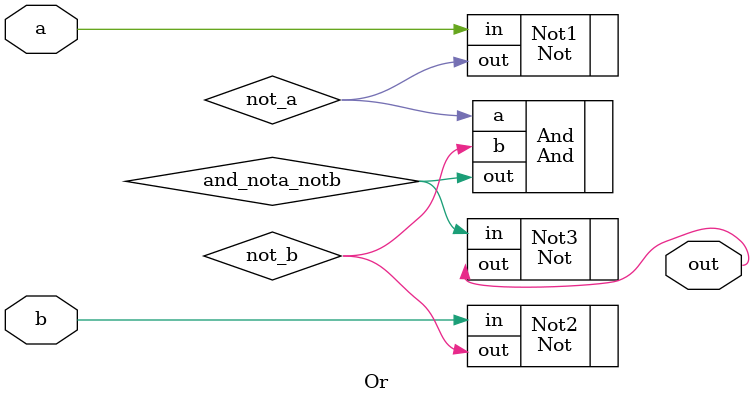
<source format=v>
`timescale 1ns / 1ps

module Or(
    input a, b,
    output out
    );
    
    //implementing out = a+b = !(!a+!b) = !(!a!b)
    wire and_nota_notb, not_a, not_b;
    Not Not1(.in(a), .out(not_a));
    Not Not2(.in(b), .out(not_b));
    And And(.a(not_a), .b(not_b), .out(and_nota_notb));
    Not Not3(.in(and_nota_notb), .out(out));
       
endmodule

</source>
